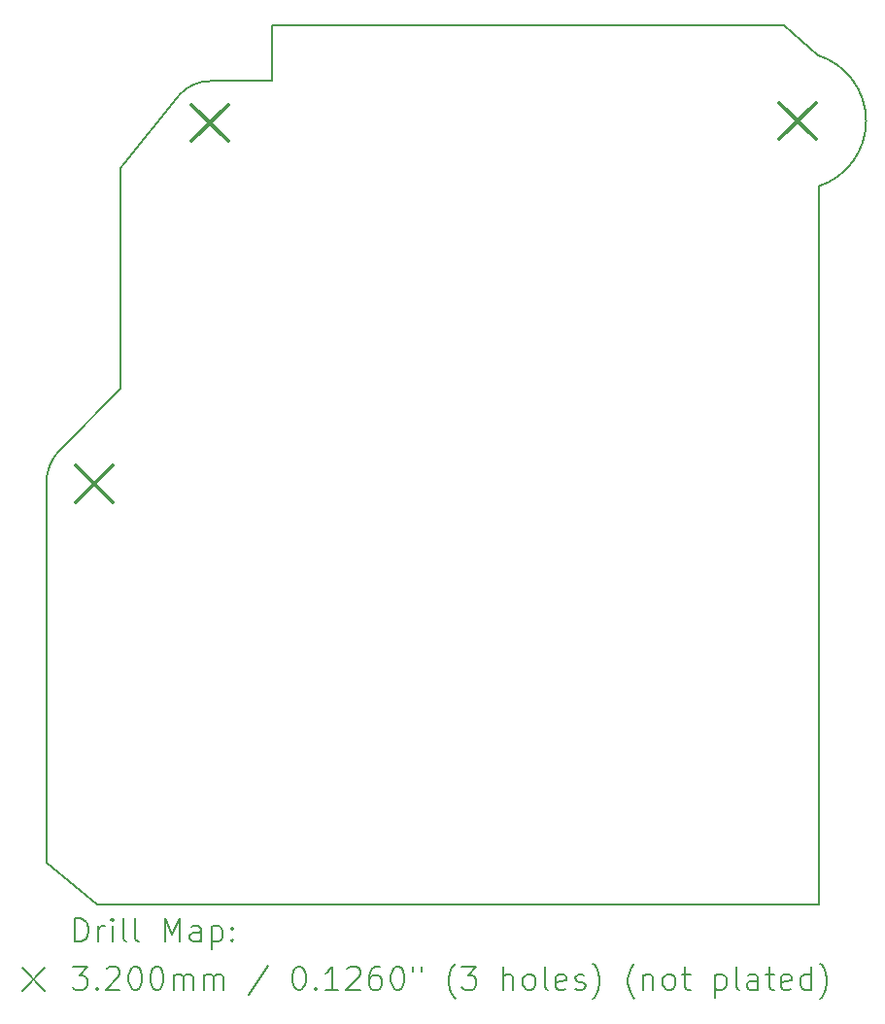
<source format=gbr>
%TF.GenerationSoftware,KiCad,Pcbnew,8.0.8+1*%
%TF.ProjectId,airsoft_bomb_v2,61697273-6f66-4745-9f62-6f6d625f7632,rev?*%
%TF.SameCoordinates,Original*%
%TF.FileFunction,Drillmap*%
%TF.FilePolarity,Positive*%
%FSLAX45Y45*%
G04 Gerber Fmt 4.5, Leading zero omitted, Abs format (unit mm)*
%MOMM*%
%LPD*%
G01*
G04 APERTURE LIST*
%ADD10C,0.200000*%
%ADD11C,0.320000*%
G04 APERTURE END LIST*
D10*
X17889053Y-6086674D02*
X17587850Y-5821680D01*
X11602720Y-13482320D02*
X11160760Y-13121640D01*
X13130000Y-5821680D02*
X13130000Y-6310000D01*
X17889053Y-6086674D02*
G75*
G02*
X17894300Y-7226300I-182713J-570666D01*
G01*
X11160760Y-9814560D02*
G75*
G02*
X11282768Y-9520008I416560J0D01*
G01*
X17587850Y-5821680D02*
X13130000Y-5821680D01*
X11805920Y-8991600D02*
X11810000Y-7070000D01*
X11602720Y-13482320D02*
X17894300Y-13487400D01*
X17894300Y-13487400D02*
X17894300Y-7226300D01*
X12335442Y-6415442D02*
G75*
G02*
X12590000Y-6310000I254558J-254558D01*
G01*
X11282768Y-9520008D02*
X11805920Y-8991600D01*
X12335442Y-6415442D02*
X11810000Y-7070000D01*
X13130000Y-6310000D02*
X12590000Y-6310000D01*
X11160760Y-13121640D02*
X11160760Y-9814560D01*
D11*
X11417320Y-9659640D02*
X11737320Y-9979640D01*
X11737320Y-9659640D02*
X11417320Y-9979640D01*
X12423160Y-6515120D02*
X12743160Y-6835120D01*
X12743160Y-6515120D02*
X12423160Y-6835120D01*
X17546340Y-6497340D02*
X17866340Y-6817340D01*
X17866340Y-6497340D02*
X17546340Y-6817340D01*
D10*
X11411537Y-13808884D02*
X11411537Y-13608884D01*
X11411537Y-13608884D02*
X11459156Y-13608884D01*
X11459156Y-13608884D02*
X11487727Y-13618408D01*
X11487727Y-13618408D02*
X11506775Y-13637455D01*
X11506775Y-13637455D02*
X11516299Y-13656503D01*
X11516299Y-13656503D02*
X11525822Y-13694598D01*
X11525822Y-13694598D02*
X11525822Y-13723169D01*
X11525822Y-13723169D02*
X11516299Y-13761265D01*
X11516299Y-13761265D02*
X11506775Y-13780312D01*
X11506775Y-13780312D02*
X11487727Y-13799360D01*
X11487727Y-13799360D02*
X11459156Y-13808884D01*
X11459156Y-13808884D02*
X11411537Y-13808884D01*
X11611537Y-13808884D02*
X11611537Y-13675550D01*
X11611537Y-13713646D02*
X11621061Y-13694598D01*
X11621061Y-13694598D02*
X11630584Y-13685074D01*
X11630584Y-13685074D02*
X11649632Y-13675550D01*
X11649632Y-13675550D02*
X11668680Y-13675550D01*
X11735346Y-13808884D02*
X11735346Y-13675550D01*
X11735346Y-13608884D02*
X11725822Y-13618408D01*
X11725822Y-13618408D02*
X11735346Y-13627931D01*
X11735346Y-13627931D02*
X11744870Y-13618408D01*
X11744870Y-13618408D02*
X11735346Y-13608884D01*
X11735346Y-13608884D02*
X11735346Y-13627931D01*
X11859156Y-13808884D02*
X11840108Y-13799360D01*
X11840108Y-13799360D02*
X11830584Y-13780312D01*
X11830584Y-13780312D02*
X11830584Y-13608884D01*
X11963918Y-13808884D02*
X11944870Y-13799360D01*
X11944870Y-13799360D02*
X11935346Y-13780312D01*
X11935346Y-13780312D02*
X11935346Y-13608884D01*
X12192489Y-13808884D02*
X12192489Y-13608884D01*
X12192489Y-13608884D02*
X12259156Y-13751741D01*
X12259156Y-13751741D02*
X12325822Y-13608884D01*
X12325822Y-13608884D02*
X12325822Y-13808884D01*
X12506775Y-13808884D02*
X12506775Y-13704122D01*
X12506775Y-13704122D02*
X12497251Y-13685074D01*
X12497251Y-13685074D02*
X12478203Y-13675550D01*
X12478203Y-13675550D02*
X12440108Y-13675550D01*
X12440108Y-13675550D02*
X12421061Y-13685074D01*
X12506775Y-13799360D02*
X12487727Y-13808884D01*
X12487727Y-13808884D02*
X12440108Y-13808884D01*
X12440108Y-13808884D02*
X12421061Y-13799360D01*
X12421061Y-13799360D02*
X12411537Y-13780312D01*
X12411537Y-13780312D02*
X12411537Y-13761265D01*
X12411537Y-13761265D02*
X12421061Y-13742217D01*
X12421061Y-13742217D02*
X12440108Y-13732693D01*
X12440108Y-13732693D02*
X12487727Y-13732693D01*
X12487727Y-13732693D02*
X12506775Y-13723169D01*
X12602013Y-13675550D02*
X12602013Y-13875550D01*
X12602013Y-13685074D02*
X12621061Y-13675550D01*
X12621061Y-13675550D02*
X12659156Y-13675550D01*
X12659156Y-13675550D02*
X12678203Y-13685074D01*
X12678203Y-13685074D02*
X12687727Y-13694598D01*
X12687727Y-13694598D02*
X12697251Y-13713646D01*
X12697251Y-13713646D02*
X12697251Y-13770788D01*
X12697251Y-13770788D02*
X12687727Y-13789836D01*
X12687727Y-13789836D02*
X12678203Y-13799360D01*
X12678203Y-13799360D02*
X12659156Y-13808884D01*
X12659156Y-13808884D02*
X12621061Y-13808884D01*
X12621061Y-13808884D02*
X12602013Y-13799360D01*
X12782965Y-13789836D02*
X12792489Y-13799360D01*
X12792489Y-13799360D02*
X12782965Y-13808884D01*
X12782965Y-13808884D02*
X12773442Y-13799360D01*
X12773442Y-13799360D02*
X12782965Y-13789836D01*
X12782965Y-13789836D02*
X12782965Y-13808884D01*
X12782965Y-13685074D02*
X12792489Y-13694598D01*
X12792489Y-13694598D02*
X12782965Y-13704122D01*
X12782965Y-13704122D02*
X12773442Y-13694598D01*
X12773442Y-13694598D02*
X12782965Y-13685074D01*
X12782965Y-13685074D02*
X12782965Y-13704122D01*
X10950760Y-14037400D02*
X11150760Y-14237400D01*
X11150760Y-14037400D02*
X10950760Y-14237400D01*
X11392489Y-14028884D02*
X11516299Y-14028884D01*
X11516299Y-14028884D02*
X11449632Y-14105074D01*
X11449632Y-14105074D02*
X11478203Y-14105074D01*
X11478203Y-14105074D02*
X11497251Y-14114598D01*
X11497251Y-14114598D02*
X11506775Y-14124122D01*
X11506775Y-14124122D02*
X11516299Y-14143169D01*
X11516299Y-14143169D02*
X11516299Y-14190788D01*
X11516299Y-14190788D02*
X11506775Y-14209836D01*
X11506775Y-14209836D02*
X11497251Y-14219360D01*
X11497251Y-14219360D02*
X11478203Y-14228884D01*
X11478203Y-14228884D02*
X11421061Y-14228884D01*
X11421061Y-14228884D02*
X11402013Y-14219360D01*
X11402013Y-14219360D02*
X11392489Y-14209836D01*
X11602013Y-14209836D02*
X11611537Y-14219360D01*
X11611537Y-14219360D02*
X11602013Y-14228884D01*
X11602013Y-14228884D02*
X11592489Y-14219360D01*
X11592489Y-14219360D02*
X11602013Y-14209836D01*
X11602013Y-14209836D02*
X11602013Y-14228884D01*
X11687727Y-14047931D02*
X11697251Y-14038408D01*
X11697251Y-14038408D02*
X11716299Y-14028884D01*
X11716299Y-14028884D02*
X11763918Y-14028884D01*
X11763918Y-14028884D02*
X11782965Y-14038408D01*
X11782965Y-14038408D02*
X11792489Y-14047931D01*
X11792489Y-14047931D02*
X11802013Y-14066979D01*
X11802013Y-14066979D02*
X11802013Y-14086027D01*
X11802013Y-14086027D02*
X11792489Y-14114598D01*
X11792489Y-14114598D02*
X11678203Y-14228884D01*
X11678203Y-14228884D02*
X11802013Y-14228884D01*
X11925822Y-14028884D02*
X11944870Y-14028884D01*
X11944870Y-14028884D02*
X11963918Y-14038408D01*
X11963918Y-14038408D02*
X11973442Y-14047931D01*
X11973442Y-14047931D02*
X11982965Y-14066979D01*
X11982965Y-14066979D02*
X11992489Y-14105074D01*
X11992489Y-14105074D02*
X11992489Y-14152693D01*
X11992489Y-14152693D02*
X11982965Y-14190788D01*
X11982965Y-14190788D02*
X11973442Y-14209836D01*
X11973442Y-14209836D02*
X11963918Y-14219360D01*
X11963918Y-14219360D02*
X11944870Y-14228884D01*
X11944870Y-14228884D02*
X11925822Y-14228884D01*
X11925822Y-14228884D02*
X11906775Y-14219360D01*
X11906775Y-14219360D02*
X11897251Y-14209836D01*
X11897251Y-14209836D02*
X11887727Y-14190788D01*
X11887727Y-14190788D02*
X11878203Y-14152693D01*
X11878203Y-14152693D02*
X11878203Y-14105074D01*
X11878203Y-14105074D02*
X11887727Y-14066979D01*
X11887727Y-14066979D02*
X11897251Y-14047931D01*
X11897251Y-14047931D02*
X11906775Y-14038408D01*
X11906775Y-14038408D02*
X11925822Y-14028884D01*
X12116299Y-14028884D02*
X12135346Y-14028884D01*
X12135346Y-14028884D02*
X12154394Y-14038408D01*
X12154394Y-14038408D02*
X12163918Y-14047931D01*
X12163918Y-14047931D02*
X12173442Y-14066979D01*
X12173442Y-14066979D02*
X12182965Y-14105074D01*
X12182965Y-14105074D02*
X12182965Y-14152693D01*
X12182965Y-14152693D02*
X12173442Y-14190788D01*
X12173442Y-14190788D02*
X12163918Y-14209836D01*
X12163918Y-14209836D02*
X12154394Y-14219360D01*
X12154394Y-14219360D02*
X12135346Y-14228884D01*
X12135346Y-14228884D02*
X12116299Y-14228884D01*
X12116299Y-14228884D02*
X12097251Y-14219360D01*
X12097251Y-14219360D02*
X12087727Y-14209836D01*
X12087727Y-14209836D02*
X12078203Y-14190788D01*
X12078203Y-14190788D02*
X12068680Y-14152693D01*
X12068680Y-14152693D02*
X12068680Y-14105074D01*
X12068680Y-14105074D02*
X12078203Y-14066979D01*
X12078203Y-14066979D02*
X12087727Y-14047931D01*
X12087727Y-14047931D02*
X12097251Y-14038408D01*
X12097251Y-14038408D02*
X12116299Y-14028884D01*
X12268680Y-14228884D02*
X12268680Y-14095550D01*
X12268680Y-14114598D02*
X12278203Y-14105074D01*
X12278203Y-14105074D02*
X12297251Y-14095550D01*
X12297251Y-14095550D02*
X12325823Y-14095550D01*
X12325823Y-14095550D02*
X12344870Y-14105074D01*
X12344870Y-14105074D02*
X12354394Y-14124122D01*
X12354394Y-14124122D02*
X12354394Y-14228884D01*
X12354394Y-14124122D02*
X12363918Y-14105074D01*
X12363918Y-14105074D02*
X12382965Y-14095550D01*
X12382965Y-14095550D02*
X12411537Y-14095550D01*
X12411537Y-14095550D02*
X12430584Y-14105074D01*
X12430584Y-14105074D02*
X12440108Y-14124122D01*
X12440108Y-14124122D02*
X12440108Y-14228884D01*
X12535346Y-14228884D02*
X12535346Y-14095550D01*
X12535346Y-14114598D02*
X12544870Y-14105074D01*
X12544870Y-14105074D02*
X12563918Y-14095550D01*
X12563918Y-14095550D02*
X12592489Y-14095550D01*
X12592489Y-14095550D02*
X12611537Y-14105074D01*
X12611537Y-14105074D02*
X12621061Y-14124122D01*
X12621061Y-14124122D02*
X12621061Y-14228884D01*
X12621061Y-14124122D02*
X12630584Y-14105074D01*
X12630584Y-14105074D02*
X12649632Y-14095550D01*
X12649632Y-14095550D02*
X12678203Y-14095550D01*
X12678203Y-14095550D02*
X12697251Y-14105074D01*
X12697251Y-14105074D02*
X12706775Y-14124122D01*
X12706775Y-14124122D02*
X12706775Y-14228884D01*
X13097251Y-14019360D02*
X12925823Y-14276503D01*
X13354394Y-14028884D02*
X13373442Y-14028884D01*
X13373442Y-14028884D02*
X13392489Y-14038408D01*
X13392489Y-14038408D02*
X13402013Y-14047931D01*
X13402013Y-14047931D02*
X13411537Y-14066979D01*
X13411537Y-14066979D02*
X13421061Y-14105074D01*
X13421061Y-14105074D02*
X13421061Y-14152693D01*
X13421061Y-14152693D02*
X13411537Y-14190788D01*
X13411537Y-14190788D02*
X13402013Y-14209836D01*
X13402013Y-14209836D02*
X13392489Y-14219360D01*
X13392489Y-14219360D02*
X13373442Y-14228884D01*
X13373442Y-14228884D02*
X13354394Y-14228884D01*
X13354394Y-14228884D02*
X13335346Y-14219360D01*
X13335346Y-14219360D02*
X13325823Y-14209836D01*
X13325823Y-14209836D02*
X13316299Y-14190788D01*
X13316299Y-14190788D02*
X13306775Y-14152693D01*
X13306775Y-14152693D02*
X13306775Y-14105074D01*
X13306775Y-14105074D02*
X13316299Y-14066979D01*
X13316299Y-14066979D02*
X13325823Y-14047931D01*
X13325823Y-14047931D02*
X13335346Y-14038408D01*
X13335346Y-14038408D02*
X13354394Y-14028884D01*
X13506775Y-14209836D02*
X13516299Y-14219360D01*
X13516299Y-14219360D02*
X13506775Y-14228884D01*
X13506775Y-14228884D02*
X13497251Y-14219360D01*
X13497251Y-14219360D02*
X13506775Y-14209836D01*
X13506775Y-14209836D02*
X13506775Y-14228884D01*
X13706775Y-14228884D02*
X13592489Y-14228884D01*
X13649632Y-14228884D02*
X13649632Y-14028884D01*
X13649632Y-14028884D02*
X13630585Y-14057455D01*
X13630585Y-14057455D02*
X13611537Y-14076503D01*
X13611537Y-14076503D02*
X13592489Y-14086027D01*
X13782966Y-14047931D02*
X13792489Y-14038408D01*
X13792489Y-14038408D02*
X13811537Y-14028884D01*
X13811537Y-14028884D02*
X13859156Y-14028884D01*
X13859156Y-14028884D02*
X13878204Y-14038408D01*
X13878204Y-14038408D02*
X13887727Y-14047931D01*
X13887727Y-14047931D02*
X13897251Y-14066979D01*
X13897251Y-14066979D02*
X13897251Y-14086027D01*
X13897251Y-14086027D02*
X13887727Y-14114598D01*
X13887727Y-14114598D02*
X13773442Y-14228884D01*
X13773442Y-14228884D02*
X13897251Y-14228884D01*
X14068680Y-14028884D02*
X14030585Y-14028884D01*
X14030585Y-14028884D02*
X14011537Y-14038408D01*
X14011537Y-14038408D02*
X14002013Y-14047931D01*
X14002013Y-14047931D02*
X13982966Y-14076503D01*
X13982966Y-14076503D02*
X13973442Y-14114598D01*
X13973442Y-14114598D02*
X13973442Y-14190788D01*
X13973442Y-14190788D02*
X13982966Y-14209836D01*
X13982966Y-14209836D02*
X13992489Y-14219360D01*
X13992489Y-14219360D02*
X14011537Y-14228884D01*
X14011537Y-14228884D02*
X14049632Y-14228884D01*
X14049632Y-14228884D02*
X14068680Y-14219360D01*
X14068680Y-14219360D02*
X14078204Y-14209836D01*
X14078204Y-14209836D02*
X14087727Y-14190788D01*
X14087727Y-14190788D02*
X14087727Y-14143169D01*
X14087727Y-14143169D02*
X14078204Y-14124122D01*
X14078204Y-14124122D02*
X14068680Y-14114598D01*
X14068680Y-14114598D02*
X14049632Y-14105074D01*
X14049632Y-14105074D02*
X14011537Y-14105074D01*
X14011537Y-14105074D02*
X13992489Y-14114598D01*
X13992489Y-14114598D02*
X13982966Y-14124122D01*
X13982966Y-14124122D02*
X13973442Y-14143169D01*
X14211537Y-14028884D02*
X14230585Y-14028884D01*
X14230585Y-14028884D02*
X14249632Y-14038408D01*
X14249632Y-14038408D02*
X14259156Y-14047931D01*
X14259156Y-14047931D02*
X14268680Y-14066979D01*
X14268680Y-14066979D02*
X14278204Y-14105074D01*
X14278204Y-14105074D02*
X14278204Y-14152693D01*
X14278204Y-14152693D02*
X14268680Y-14190788D01*
X14268680Y-14190788D02*
X14259156Y-14209836D01*
X14259156Y-14209836D02*
X14249632Y-14219360D01*
X14249632Y-14219360D02*
X14230585Y-14228884D01*
X14230585Y-14228884D02*
X14211537Y-14228884D01*
X14211537Y-14228884D02*
X14192489Y-14219360D01*
X14192489Y-14219360D02*
X14182966Y-14209836D01*
X14182966Y-14209836D02*
X14173442Y-14190788D01*
X14173442Y-14190788D02*
X14163918Y-14152693D01*
X14163918Y-14152693D02*
X14163918Y-14105074D01*
X14163918Y-14105074D02*
X14173442Y-14066979D01*
X14173442Y-14066979D02*
X14182966Y-14047931D01*
X14182966Y-14047931D02*
X14192489Y-14038408D01*
X14192489Y-14038408D02*
X14211537Y-14028884D01*
X14354394Y-14028884D02*
X14354394Y-14066979D01*
X14430585Y-14028884D02*
X14430585Y-14066979D01*
X14725823Y-14305074D02*
X14716299Y-14295550D01*
X14716299Y-14295550D02*
X14697251Y-14266979D01*
X14697251Y-14266979D02*
X14687728Y-14247931D01*
X14687728Y-14247931D02*
X14678204Y-14219360D01*
X14678204Y-14219360D02*
X14668680Y-14171741D01*
X14668680Y-14171741D02*
X14668680Y-14133646D01*
X14668680Y-14133646D02*
X14678204Y-14086027D01*
X14678204Y-14086027D02*
X14687728Y-14057455D01*
X14687728Y-14057455D02*
X14697251Y-14038408D01*
X14697251Y-14038408D02*
X14716299Y-14009836D01*
X14716299Y-14009836D02*
X14725823Y-14000312D01*
X14782966Y-14028884D02*
X14906775Y-14028884D01*
X14906775Y-14028884D02*
X14840108Y-14105074D01*
X14840108Y-14105074D02*
X14868680Y-14105074D01*
X14868680Y-14105074D02*
X14887728Y-14114598D01*
X14887728Y-14114598D02*
X14897251Y-14124122D01*
X14897251Y-14124122D02*
X14906775Y-14143169D01*
X14906775Y-14143169D02*
X14906775Y-14190788D01*
X14906775Y-14190788D02*
X14897251Y-14209836D01*
X14897251Y-14209836D02*
X14887728Y-14219360D01*
X14887728Y-14219360D02*
X14868680Y-14228884D01*
X14868680Y-14228884D02*
X14811537Y-14228884D01*
X14811537Y-14228884D02*
X14792489Y-14219360D01*
X14792489Y-14219360D02*
X14782966Y-14209836D01*
X15144870Y-14228884D02*
X15144870Y-14028884D01*
X15230585Y-14228884D02*
X15230585Y-14124122D01*
X15230585Y-14124122D02*
X15221061Y-14105074D01*
X15221061Y-14105074D02*
X15202013Y-14095550D01*
X15202013Y-14095550D02*
X15173442Y-14095550D01*
X15173442Y-14095550D02*
X15154394Y-14105074D01*
X15154394Y-14105074D02*
X15144870Y-14114598D01*
X15354394Y-14228884D02*
X15335347Y-14219360D01*
X15335347Y-14219360D02*
X15325823Y-14209836D01*
X15325823Y-14209836D02*
X15316299Y-14190788D01*
X15316299Y-14190788D02*
X15316299Y-14133646D01*
X15316299Y-14133646D02*
X15325823Y-14114598D01*
X15325823Y-14114598D02*
X15335347Y-14105074D01*
X15335347Y-14105074D02*
X15354394Y-14095550D01*
X15354394Y-14095550D02*
X15382966Y-14095550D01*
X15382966Y-14095550D02*
X15402013Y-14105074D01*
X15402013Y-14105074D02*
X15411537Y-14114598D01*
X15411537Y-14114598D02*
X15421061Y-14133646D01*
X15421061Y-14133646D02*
X15421061Y-14190788D01*
X15421061Y-14190788D02*
X15411537Y-14209836D01*
X15411537Y-14209836D02*
X15402013Y-14219360D01*
X15402013Y-14219360D02*
X15382966Y-14228884D01*
X15382966Y-14228884D02*
X15354394Y-14228884D01*
X15535347Y-14228884D02*
X15516299Y-14219360D01*
X15516299Y-14219360D02*
X15506775Y-14200312D01*
X15506775Y-14200312D02*
X15506775Y-14028884D01*
X15687728Y-14219360D02*
X15668680Y-14228884D01*
X15668680Y-14228884D02*
X15630585Y-14228884D01*
X15630585Y-14228884D02*
X15611537Y-14219360D01*
X15611537Y-14219360D02*
X15602013Y-14200312D01*
X15602013Y-14200312D02*
X15602013Y-14124122D01*
X15602013Y-14124122D02*
X15611537Y-14105074D01*
X15611537Y-14105074D02*
X15630585Y-14095550D01*
X15630585Y-14095550D02*
X15668680Y-14095550D01*
X15668680Y-14095550D02*
X15687728Y-14105074D01*
X15687728Y-14105074D02*
X15697251Y-14124122D01*
X15697251Y-14124122D02*
X15697251Y-14143169D01*
X15697251Y-14143169D02*
X15602013Y-14162217D01*
X15773442Y-14219360D02*
X15792490Y-14228884D01*
X15792490Y-14228884D02*
X15830585Y-14228884D01*
X15830585Y-14228884D02*
X15849632Y-14219360D01*
X15849632Y-14219360D02*
X15859156Y-14200312D01*
X15859156Y-14200312D02*
X15859156Y-14190788D01*
X15859156Y-14190788D02*
X15849632Y-14171741D01*
X15849632Y-14171741D02*
X15830585Y-14162217D01*
X15830585Y-14162217D02*
X15802013Y-14162217D01*
X15802013Y-14162217D02*
X15782966Y-14152693D01*
X15782966Y-14152693D02*
X15773442Y-14133646D01*
X15773442Y-14133646D02*
X15773442Y-14124122D01*
X15773442Y-14124122D02*
X15782966Y-14105074D01*
X15782966Y-14105074D02*
X15802013Y-14095550D01*
X15802013Y-14095550D02*
X15830585Y-14095550D01*
X15830585Y-14095550D02*
X15849632Y-14105074D01*
X15925823Y-14305074D02*
X15935347Y-14295550D01*
X15935347Y-14295550D02*
X15954394Y-14266979D01*
X15954394Y-14266979D02*
X15963918Y-14247931D01*
X15963918Y-14247931D02*
X15973442Y-14219360D01*
X15973442Y-14219360D02*
X15982966Y-14171741D01*
X15982966Y-14171741D02*
X15982966Y-14133646D01*
X15982966Y-14133646D02*
X15973442Y-14086027D01*
X15973442Y-14086027D02*
X15963918Y-14057455D01*
X15963918Y-14057455D02*
X15954394Y-14038408D01*
X15954394Y-14038408D02*
X15935347Y-14009836D01*
X15935347Y-14009836D02*
X15925823Y-14000312D01*
X16287728Y-14305074D02*
X16278204Y-14295550D01*
X16278204Y-14295550D02*
X16259156Y-14266979D01*
X16259156Y-14266979D02*
X16249632Y-14247931D01*
X16249632Y-14247931D02*
X16240109Y-14219360D01*
X16240109Y-14219360D02*
X16230585Y-14171741D01*
X16230585Y-14171741D02*
X16230585Y-14133646D01*
X16230585Y-14133646D02*
X16240109Y-14086027D01*
X16240109Y-14086027D02*
X16249632Y-14057455D01*
X16249632Y-14057455D02*
X16259156Y-14038408D01*
X16259156Y-14038408D02*
X16278204Y-14009836D01*
X16278204Y-14009836D02*
X16287728Y-14000312D01*
X16363918Y-14095550D02*
X16363918Y-14228884D01*
X16363918Y-14114598D02*
X16373442Y-14105074D01*
X16373442Y-14105074D02*
X16392490Y-14095550D01*
X16392490Y-14095550D02*
X16421061Y-14095550D01*
X16421061Y-14095550D02*
X16440109Y-14105074D01*
X16440109Y-14105074D02*
X16449632Y-14124122D01*
X16449632Y-14124122D02*
X16449632Y-14228884D01*
X16573442Y-14228884D02*
X16554394Y-14219360D01*
X16554394Y-14219360D02*
X16544871Y-14209836D01*
X16544871Y-14209836D02*
X16535347Y-14190788D01*
X16535347Y-14190788D02*
X16535347Y-14133646D01*
X16535347Y-14133646D02*
X16544871Y-14114598D01*
X16544871Y-14114598D02*
X16554394Y-14105074D01*
X16554394Y-14105074D02*
X16573442Y-14095550D01*
X16573442Y-14095550D02*
X16602013Y-14095550D01*
X16602013Y-14095550D02*
X16621061Y-14105074D01*
X16621061Y-14105074D02*
X16630585Y-14114598D01*
X16630585Y-14114598D02*
X16640109Y-14133646D01*
X16640109Y-14133646D02*
X16640109Y-14190788D01*
X16640109Y-14190788D02*
X16630585Y-14209836D01*
X16630585Y-14209836D02*
X16621061Y-14219360D01*
X16621061Y-14219360D02*
X16602013Y-14228884D01*
X16602013Y-14228884D02*
X16573442Y-14228884D01*
X16697252Y-14095550D02*
X16773442Y-14095550D01*
X16725823Y-14028884D02*
X16725823Y-14200312D01*
X16725823Y-14200312D02*
X16735347Y-14219360D01*
X16735347Y-14219360D02*
X16754394Y-14228884D01*
X16754394Y-14228884D02*
X16773442Y-14228884D01*
X16992490Y-14095550D02*
X16992490Y-14295550D01*
X16992490Y-14105074D02*
X17011537Y-14095550D01*
X17011537Y-14095550D02*
X17049633Y-14095550D01*
X17049633Y-14095550D02*
X17068680Y-14105074D01*
X17068680Y-14105074D02*
X17078204Y-14114598D01*
X17078204Y-14114598D02*
X17087728Y-14133646D01*
X17087728Y-14133646D02*
X17087728Y-14190788D01*
X17087728Y-14190788D02*
X17078204Y-14209836D01*
X17078204Y-14209836D02*
X17068680Y-14219360D01*
X17068680Y-14219360D02*
X17049633Y-14228884D01*
X17049633Y-14228884D02*
X17011537Y-14228884D01*
X17011537Y-14228884D02*
X16992490Y-14219360D01*
X17202014Y-14228884D02*
X17182966Y-14219360D01*
X17182966Y-14219360D02*
X17173442Y-14200312D01*
X17173442Y-14200312D02*
X17173442Y-14028884D01*
X17363918Y-14228884D02*
X17363918Y-14124122D01*
X17363918Y-14124122D02*
X17354395Y-14105074D01*
X17354395Y-14105074D02*
X17335347Y-14095550D01*
X17335347Y-14095550D02*
X17297252Y-14095550D01*
X17297252Y-14095550D02*
X17278204Y-14105074D01*
X17363918Y-14219360D02*
X17344871Y-14228884D01*
X17344871Y-14228884D02*
X17297252Y-14228884D01*
X17297252Y-14228884D02*
X17278204Y-14219360D01*
X17278204Y-14219360D02*
X17268680Y-14200312D01*
X17268680Y-14200312D02*
X17268680Y-14181265D01*
X17268680Y-14181265D02*
X17278204Y-14162217D01*
X17278204Y-14162217D02*
X17297252Y-14152693D01*
X17297252Y-14152693D02*
X17344871Y-14152693D01*
X17344871Y-14152693D02*
X17363918Y-14143169D01*
X17430585Y-14095550D02*
X17506775Y-14095550D01*
X17459156Y-14028884D02*
X17459156Y-14200312D01*
X17459156Y-14200312D02*
X17468680Y-14219360D01*
X17468680Y-14219360D02*
X17487728Y-14228884D01*
X17487728Y-14228884D02*
X17506775Y-14228884D01*
X17649633Y-14219360D02*
X17630585Y-14228884D01*
X17630585Y-14228884D02*
X17592490Y-14228884D01*
X17592490Y-14228884D02*
X17573442Y-14219360D01*
X17573442Y-14219360D02*
X17563918Y-14200312D01*
X17563918Y-14200312D02*
X17563918Y-14124122D01*
X17563918Y-14124122D02*
X17573442Y-14105074D01*
X17573442Y-14105074D02*
X17592490Y-14095550D01*
X17592490Y-14095550D02*
X17630585Y-14095550D01*
X17630585Y-14095550D02*
X17649633Y-14105074D01*
X17649633Y-14105074D02*
X17659156Y-14124122D01*
X17659156Y-14124122D02*
X17659156Y-14143169D01*
X17659156Y-14143169D02*
X17563918Y-14162217D01*
X17830585Y-14228884D02*
X17830585Y-14028884D01*
X17830585Y-14219360D02*
X17811537Y-14228884D01*
X17811537Y-14228884D02*
X17773442Y-14228884D01*
X17773442Y-14228884D02*
X17754395Y-14219360D01*
X17754395Y-14219360D02*
X17744871Y-14209836D01*
X17744871Y-14209836D02*
X17735347Y-14190788D01*
X17735347Y-14190788D02*
X17735347Y-14133646D01*
X17735347Y-14133646D02*
X17744871Y-14114598D01*
X17744871Y-14114598D02*
X17754395Y-14105074D01*
X17754395Y-14105074D02*
X17773442Y-14095550D01*
X17773442Y-14095550D02*
X17811537Y-14095550D01*
X17811537Y-14095550D02*
X17830585Y-14105074D01*
X17906776Y-14305074D02*
X17916299Y-14295550D01*
X17916299Y-14295550D02*
X17935347Y-14266979D01*
X17935347Y-14266979D02*
X17944871Y-14247931D01*
X17944871Y-14247931D02*
X17954395Y-14219360D01*
X17954395Y-14219360D02*
X17963918Y-14171741D01*
X17963918Y-14171741D02*
X17963918Y-14133646D01*
X17963918Y-14133646D02*
X17954395Y-14086027D01*
X17954395Y-14086027D02*
X17944871Y-14057455D01*
X17944871Y-14057455D02*
X17935347Y-14038408D01*
X17935347Y-14038408D02*
X17916299Y-14009836D01*
X17916299Y-14009836D02*
X17906776Y-14000312D01*
M02*

</source>
